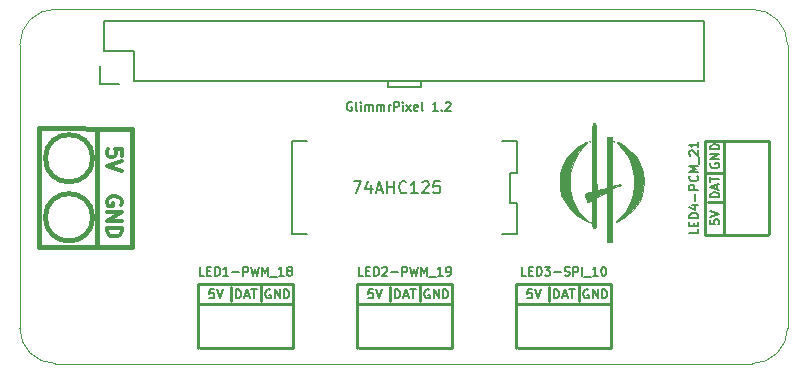
<source format=gbr>
G04 #@! TF.GenerationSoftware,KiCad,Pcbnew,(5.1.6)-1*
G04 #@! TF.CreationDate,2021-06-04T15:22:17-05:00*
G04 #@! TF.ProjectId,GlimmrBoard,476c696d-6d72-4426-9f61-72642e6b6963,rev?*
G04 #@! TF.SameCoordinates,Original*
G04 #@! TF.FileFunction,Legend,Top*
G04 #@! TF.FilePolarity,Positive*
%FSLAX46Y46*%
G04 Gerber Fmt 4.6, Leading zero omitted, Abs format (unit mm)*
G04 Created by KiCad (PCBNEW (5.1.6)-1) date 2021-06-04 15:22:17*
%MOMM*%
%LPD*%
G01*
G04 APERTURE LIST*
%ADD10C,0.190500*%
%ADD11C,0.187500*%
%ADD12C,0.200000*%
%ADD13C,0.300000*%
G04 #@! TA.AperFunction,Profile*
%ADD14C,0.100000*%
G04 #@! TD*
%ADD15C,0.150000*%
%ADD16C,0.254000*%
%ADD17C,0.381000*%
%ADD18C,0.010000*%
G04 APERTURE END LIST*
D10*
X70993000Y-37537571D02*
X70956714Y-37610142D01*
X70956714Y-37719000D01*
X70993000Y-37827857D01*
X71065571Y-37900428D01*
X71138142Y-37936714D01*
X71283285Y-37973000D01*
X71392142Y-37973000D01*
X71537285Y-37936714D01*
X71609857Y-37900428D01*
X71682428Y-37827857D01*
X71718714Y-37719000D01*
X71718714Y-37646428D01*
X71682428Y-37537571D01*
X71646142Y-37501285D01*
X71392142Y-37501285D01*
X71392142Y-37646428D01*
X71718714Y-37174714D02*
X70956714Y-37174714D01*
X71718714Y-36739285D01*
X70956714Y-36739285D01*
X71718714Y-36376428D02*
X70956714Y-36376428D01*
X70956714Y-36195000D01*
X70993000Y-36086142D01*
X71065571Y-36013571D01*
X71138142Y-35977285D01*
X71283285Y-35941000D01*
X71392142Y-35941000D01*
X71537285Y-35977285D01*
X71609857Y-36013571D01*
X71682428Y-36086142D01*
X71718714Y-36195000D01*
X71718714Y-36376428D01*
D11*
X69935285Y-43106142D02*
X69935285Y-43463285D01*
X69185285Y-43463285D01*
X69542428Y-42856142D02*
X69542428Y-42606142D01*
X69935285Y-42499000D02*
X69935285Y-42856142D01*
X69185285Y-42856142D01*
X69185285Y-42499000D01*
X69935285Y-42177571D02*
X69185285Y-42177571D01*
X69185285Y-41999000D01*
X69221000Y-41891857D01*
X69292428Y-41820428D01*
X69363857Y-41784714D01*
X69506714Y-41749000D01*
X69613857Y-41749000D01*
X69756714Y-41784714D01*
X69828142Y-41820428D01*
X69899571Y-41891857D01*
X69935285Y-41999000D01*
X69935285Y-42177571D01*
X69435285Y-41106142D02*
X69935285Y-41106142D01*
X69149571Y-41284714D02*
X69685285Y-41463285D01*
X69685285Y-40999000D01*
X69649571Y-40713285D02*
X69649571Y-40141857D01*
X69935285Y-39784714D02*
X69185285Y-39784714D01*
X69185285Y-39499000D01*
X69221000Y-39427571D01*
X69256714Y-39391857D01*
X69328142Y-39356142D01*
X69435285Y-39356142D01*
X69506714Y-39391857D01*
X69542428Y-39427571D01*
X69578142Y-39499000D01*
X69578142Y-39784714D01*
X69863857Y-38606142D02*
X69899571Y-38641857D01*
X69935285Y-38749000D01*
X69935285Y-38820428D01*
X69899571Y-38927571D01*
X69828142Y-38999000D01*
X69756714Y-39034714D01*
X69613857Y-39070428D01*
X69506714Y-39070428D01*
X69363857Y-39034714D01*
X69292428Y-38999000D01*
X69221000Y-38927571D01*
X69185285Y-38820428D01*
X69185285Y-38749000D01*
X69221000Y-38641857D01*
X69256714Y-38606142D01*
X69935285Y-38284714D02*
X69185285Y-38284714D01*
X69721000Y-38034714D01*
X69185285Y-37784714D01*
X69935285Y-37784714D01*
X70006714Y-37606142D02*
X70006714Y-37034714D01*
X69256714Y-36891857D02*
X69221000Y-36856142D01*
X69185285Y-36784714D01*
X69185285Y-36606142D01*
X69221000Y-36534714D01*
X69256714Y-36499000D01*
X69328142Y-36463285D01*
X69399571Y-36463285D01*
X69506714Y-36499000D01*
X69935285Y-36927571D01*
X69935285Y-36463285D01*
X69935285Y-35749000D02*
X69935285Y-36177571D01*
X69935285Y-35963285D02*
X69185285Y-35963285D01*
X69292428Y-36034714D01*
X69363857Y-36106142D01*
X69399571Y-36177571D01*
D10*
X71718714Y-40440428D02*
X70956714Y-40440428D01*
X70956714Y-40259000D01*
X70993000Y-40150142D01*
X71065571Y-40077571D01*
X71138142Y-40041285D01*
X71283285Y-40005000D01*
X71392142Y-40005000D01*
X71537285Y-40041285D01*
X71609857Y-40077571D01*
X71682428Y-40150142D01*
X71718714Y-40259000D01*
X71718714Y-40440428D01*
X71501000Y-39714714D02*
X71501000Y-39351857D01*
X71718714Y-39787285D02*
X70956714Y-39533285D01*
X71718714Y-39279285D01*
X70956714Y-39134142D02*
X70956714Y-38698714D01*
X71718714Y-38916428D02*
X70956714Y-38916428D01*
X70956714Y-42309142D02*
X70956714Y-42672000D01*
X71319571Y-42708285D01*
X71283285Y-42672000D01*
X71247000Y-42599428D01*
X71247000Y-42418000D01*
X71283285Y-42345428D01*
X71319571Y-42309142D01*
X71392142Y-42272857D01*
X71573571Y-42272857D01*
X71646142Y-42309142D01*
X71682428Y-42345428D01*
X71718714Y-42418000D01*
X71718714Y-42599428D01*
X71682428Y-42672000D01*
X71646142Y-42708285D01*
X70956714Y-42055142D02*
X71718714Y-41801142D01*
X70956714Y-41547142D01*
X60633428Y-48260000D02*
X60560857Y-48223714D01*
X60452000Y-48223714D01*
X60343142Y-48260000D01*
X60270571Y-48332571D01*
X60234285Y-48405142D01*
X60198000Y-48550285D01*
X60198000Y-48659142D01*
X60234285Y-48804285D01*
X60270571Y-48876857D01*
X60343142Y-48949428D01*
X60452000Y-48985714D01*
X60524571Y-48985714D01*
X60633428Y-48949428D01*
X60669714Y-48913142D01*
X60669714Y-48659142D01*
X60524571Y-48659142D01*
X60996285Y-48985714D02*
X60996285Y-48223714D01*
X61431714Y-48985714D01*
X61431714Y-48223714D01*
X61794571Y-48985714D02*
X61794571Y-48223714D01*
X61976000Y-48223714D01*
X62084857Y-48260000D01*
X62157428Y-48332571D01*
X62193714Y-48405142D01*
X62230000Y-48550285D01*
X62230000Y-48659142D01*
X62193714Y-48804285D01*
X62157428Y-48876857D01*
X62084857Y-48949428D01*
X61976000Y-48985714D01*
X61794571Y-48985714D01*
D11*
X55332714Y-47075285D02*
X54975571Y-47075285D01*
X54975571Y-46325285D01*
X55582714Y-46682428D02*
X55832714Y-46682428D01*
X55939857Y-47075285D02*
X55582714Y-47075285D01*
X55582714Y-46325285D01*
X55939857Y-46325285D01*
X56261285Y-47075285D02*
X56261285Y-46325285D01*
X56439857Y-46325285D01*
X56547000Y-46361000D01*
X56618428Y-46432428D01*
X56654142Y-46503857D01*
X56689857Y-46646714D01*
X56689857Y-46753857D01*
X56654142Y-46896714D01*
X56618428Y-46968142D01*
X56547000Y-47039571D01*
X56439857Y-47075285D01*
X56261285Y-47075285D01*
X56939857Y-46325285D02*
X57404142Y-46325285D01*
X57154142Y-46611000D01*
X57261285Y-46611000D01*
X57332714Y-46646714D01*
X57368428Y-46682428D01*
X57404142Y-46753857D01*
X57404142Y-46932428D01*
X57368428Y-47003857D01*
X57332714Y-47039571D01*
X57261285Y-47075285D01*
X57047000Y-47075285D01*
X56975571Y-47039571D01*
X56939857Y-47003857D01*
X57725571Y-46789571D02*
X58297000Y-46789571D01*
X58618428Y-47039571D02*
X58725571Y-47075285D01*
X58904142Y-47075285D01*
X58975571Y-47039571D01*
X59011285Y-47003857D01*
X59047000Y-46932428D01*
X59047000Y-46861000D01*
X59011285Y-46789571D01*
X58975571Y-46753857D01*
X58904142Y-46718142D01*
X58761285Y-46682428D01*
X58689857Y-46646714D01*
X58654142Y-46611000D01*
X58618428Y-46539571D01*
X58618428Y-46468142D01*
X58654142Y-46396714D01*
X58689857Y-46361000D01*
X58761285Y-46325285D01*
X58939857Y-46325285D01*
X59047000Y-46361000D01*
X59368428Y-47075285D02*
X59368428Y-46325285D01*
X59654142Y-46325285D01*
X59725571Y-46361000D01*
X59761285Y-46396714D01*
X59797000Y-46468142D01*
X59797000Y-46575285D01*
X59761285Y-46646714D01*
X59725571Y-46682428D01*
X59654142Y-46718142D01*
X59368428Y-46718142D01*
X60118428Y-47075285D02*
X60118428Y-46325285D01*
X60297000Y-47146714D02*
X60868428Y-47146714D01*
X61439857Y-47075285D02*
X61011285Y-47075285D01*
X61225571Y-47075285D02*
X61225571Y-46325285D01*
X61154142Y-46432428D01*
X61082714Y-46503857D01*
X61011285Y-46539571D01*
X61904142Y-46325285D02*
X61975571Y-46325285D01*
X62047000Y-46361000D01*
X62082714Y-46396714D01*
X62118428Y-46468142D01*
X62154142Y-46611000D01*
X62154142Y-46789571D01*
X62118428Y-46932428D01*
X62082714Y-47003857D01*
X62047000Y-47039571D01*
X61975571Y-47075285D01*
X61904142Y-47075285D01*
X61832714Y-47039571D01*
X61797000Y-47003857D01*
X61761285Y-46932428D01*
X61725571Y-46789571D01*
X61725571Y-46611000D01*
X61761285Y-46468142D01*
X61797000Y-46396714D01*
X61832714Y-46361000D01*
X61904142Y-46325285D01*
D10*
X57730571Y-48985714D02*
X57730571Y-48223714D01*
X57912000Y-48223714D01*
X58020857Y-48260000D01*
X58093428Y-48332571D01*
X58129714Y-48405142D01*
X58166000Y-48550285D01*
X58166000Y-48659142D01*
X58129714Y-48804285D01*
X58093428Y-48876857D01*
X58020857Y-48949428D01*
X57912000Y-48985714D01*
X57730571Y-48985714D01*
X58456285Y-48768000D02*
X58819142Y-48768000D01*
X58383714Y-48985714D02*
X58637714Y-48223714D01*
X58891714Y-48985714D01*
X59036857Y-48223714D02*
X59472285Y-48223714D01*
X59254571Y-48985714D02*
X59254571Y-48223714D01*
X55861857Y-48223714D02*
X55499000Y-48223714D01*
X55462714Y-48586571D01*
X55499000Y-48550285D01*
X55571571Y-48514000D01*
X55753000Y-48514000D01*
X55825571Y-48550285D01*
X55861857Y-48586571D01*
X55898142Y-48659142D01*
X55898142Y-48840571D01*
X55861857Y-48913142D01*
X55825571Y-48949428D01*
X55753000Y-48985714D01*
X55571571Y-48985714D01*
X55499000Y-48949428D01*
X55462714Y-48913142D01*
X56115857Y-48223714D02*
X56369857Y-48985714D01*
X56623857Y-48223714D01*
X47171428Y-48260000D02*
X47098857Y-48223714D01*
X46990000Y-48223714D01*
X46881142Y-48260000D01*
X46808571Y-48332571D01*
X46772285Y-48405142D01*
X46736000Y-48550285D01*
X46736000Y-48659142D01*
X46772285Y-48804285D01*
X46808571Y-48876857D01*
X46881142Y-48949428D01*
X46990000Y-48985714D01*
X47062571Y-48985714D01*
X47171428Y-48949428D01*
X47207714Y-48913142D01*
X47207714Y-48659142D01*
X47062571Y-48659142D01*
X47534285Y-48985714D02*
X47534285Y-48223714D01*
X47969714Y-48985714D01*
X47969714Y-48223714D01*
X48332571Y-48985714D02*
X48332571Y-48223714D01*
X48514000Y-48223714D01*
X48622857Y-48260000D01*
X48695428Y-48332571D01*
X48731714Y-48405142D01*
X48768000Y-48550285D01*
X48768000Y-48659142D01*
X48731714Y-48804285D01*
X48695428Y-48876857D01*
X48622857Y-48949428D01*
X48514000Y-48985714D01*
X48332571Y-48985714D01*
D11*
X41549285Y-47075285D02*
X41192142Y-47075285D01*
X41192142Y-46325285D01*
X41799285Y-46682428D02*
X42049285Y-46682428D01*
X42156428Y-47075285D02*
X41799285Y-47075285D01*
X41799285Y-46325285D01*
X42156428Y-46325285D01*
X42477857Y-47075285D02*
X42477857Y-46325285D01*
X42656428Y-46325285D01*
X42763571Y-46361000D01*
X42835000Y-46432428D01*
X42870714Y-46503857D01*
X42906428Y-46646714D01*
X42906428Y-46753857D01*
X42870714Y-46896714D01*
X42835000Y-46968142D01*
X42763571Y-47039571D01*
X42656428Y-47075285D01*
X42477857Y-47075285D01*
X43192142Y-46396714D02*
X43227857Y-46361000D01*
X43299285Y-46325285D01*
X43477857Y-46325285D01*
X43549285Y-46361000D01*
X43585000Y-46396714D01*
X43620714Y-46468142D01*
X43620714Y-46539571D01*
X43585000Y-46646714D01*
X43156428Y-47075285D01*
X43620714Y-47075285D01*
X43942142Y-46789571D02*
X44513571Y-46789571D01*
X44870714Y-47075285D02*
X44870714Y-46325285D01*
X45156428Y-46325285D01*
X45227857Y-46361000D01*
X45263571Y-46396714D01*
X45299285Y-46468142D01*
X45299285Y-46575285D01*
X45263571Y-46646714D01*
X45227857Y-46682428D01*
X45156428Y-46718142D01*
X44870714Y-46718142D01*
X45549285Y-46325285D02*
X45727857Y-47075285D01*
X45870714Y-46539571D01*
X46013571Y-47075285D01*
X46192142Y-46325285D01*
X46477857Y-47075285D02*
X46477857Y-46325285D01*
X46727857Y-46861000D01*
X46977857Y-46325285D01*
X46977857Y-47075285D01*
X47156428Y-47146714D02*
X47727857Y-47146714D01*
X48299285Y-47075285D02*
X47870714Y-47075285D01*
X48085000Y-47075285D02*
X48085000Y-46325285D01*
X48013571Y-46432428D01*
X47942142Y-46503857D01*
X47870714Y-46539571D01*
X48656428Y-47075285D02*
X48799285Y-47075285D01*
X48870714Y-47039571D01*
X48906428Y-47003857D01*
X48977857Y-46896714D01*
X49013571Y-46753857D01*
X49013571Y-46468142D01*
X48977857Y-46396714D01*
X48942142Y-46361000D01*
X48870714Y-46325285D01*
X48727857Y-46325285D01*
X48656428Y-46361000D01*
X48620714Y-46396714D01*
X48585000Y-46468142D01*
X48585000Y-46646714D01*
X48620714Y-46718142D01*
X48656428Y-46753857D01*
X48727857Y-46789571D01*
X48870714Y-46789571D01*
X48942142Y-46753857D01*
X48977857Y-46718142D01*
X49013571Y-46646714D01*
D10*
X44268571Y-48985714D02*
X44268571Y-48223714D01*
X44450000Y-48223714D01*
X44558857Y-48260000D01*
X44631428Y-48332571D01*
X44667714Y-48405142D01*
X44704000Y-48550285D01*
X44704000Y-48659142D01*
X44667714Y-48804285D01*
X44631428Y-48876857D01*
X44558857Y-48949428D01*
X44450000Y-48985714D01*
X44268571Y-48985714D01*
X44994285Y-48768000D02*
X45357142Y-48768000D01*
X44921714Y-48985714D02*
X45175714Y-48223714D01*
X45429714Y-48985714D01*
X45574857Y-48223714D02*
X46010285Y-48223714D01*
X45792571Y-48985714D02*
X45792571Y-48223714D01*
X42399857Y-48223714D02*
X42037000Y-48223714D01*
X42000714Y-48586571D01*
X42037000Y-48550285D01*
X42109571Y-48514000D01*
X42291000Y-48514000D01*
X42363571Y-48550285D01*
X42399857Y-48586571D01*
X42436142Y-48659142D01*
X42436142Y-48840571D01*
X42399857Y-48913142D01*
X42363571Y-48949428D01*
X42291000Y-48985714D01*
X42109571Y-48985714D01*
X42037000Y-48949428D01*
X42000714Y-48913142D01*
X42653857Y-48223714D02*
X42907857Y-48985714D01*
X43161857Y-48223714D01*
D11*
X40612714Y-32391000D02*
X40541285Y-32355285D01*
X40434142Y-32355285D01*
X40327000Y-32391000D01*
X40255571Y-32462428D01*
X40219857Y-32533857D01*
X40184142Y-32676714D01*
X40184142Y-32783857D01*
X40219857Y-32926714D01*
X40255571Y-32998142D01*
X40327000Y-33069571D01*
X40434142Y-33105285D01*
X40505571Y-33105285D01*
X40612714Y-33069571D01*
X40648428Y-33033857D01*
X40648428Y-32783857D01*
X40505571Y-32783857D01*
X41077000Y-33105285D02*
X41005571Y-33069571D01*
X40969857Y-32998142D01*
X40969857Y-32355285D01*
X41362714Y-33105285D02*
X41362714Y-32605285D01*
X41362714Y-32355285D02*
X41327000Y-32391000D01*
X41362714Y-32426714D01*
X41398428Y-32391000D01*
X41362714Y-32355285D01*
X41362714Y-32426714D01*
X41719857Y-33105285D02*
X41719857Y-32605285D01*
X41719857Y-32676714D02*
X41755571Y-32641000D01*
X41827000Y-32605285D01*
X41934142Y-32605285D01*
X42005571Y-32641000D01*
X42041285Y-32712428D01*
X42041285Y-33105285D01*
X42041285Y-32712428D02*
X42077000Y-32641000D01*
X42148428Y-32605285D01*
X42255571Y-32605285D01*
X42327000Y-32641000D01*
X42362714Y-32712428D01*
X42362714Y-33105285D01*
X42719857Y-33105285D02*
X42719857Y-32605285D01*
X42719857Y-32676714D02*
X42755571Y-32641000D01*
X42827000Y-32605285D01*
X42934142Y-32605285D01*
X43005571Y-32641000D01*
X43041285Y-32712428D01*
X43041285Y-33105285D01*
X43041285Y-32712428D02*
X43077000Y-32641000D01*
X43148428Y-32605285D01*
X43255571Y-32605285D01*
X43327000Y-32641000D01*
X43362714Y-32712428D01*
X43362714Y-33105285D01*
X43719857Y-33105285D02*
X43719857Y-32605285D01*
X43719857Y-32748142D02*
X43755571Y-32676714D01*
X43791285Y-32641000D01*
X43862714Y-32605285D01*
X43934142Y-32605285D01*
X44184142Y-33105285D02*
X44184142Y-32355285D01*
X44469857Y-32355285D01*
X44541285Y-32391000D01*
X44577000Y-32426714D01*
X44612714Y-32498142D01*
X44612714Y-32605285D01*
X44577000Y-32676714D01*
X44541285Y-32712428D01*
X44469857Y-32748142D01*
X44184142Y-32748142D01*
X44934142Y-33105285D02*
X44934142Y-32605285D01*
X44934142Y-32355285D02*
X44898428Y-32391000D01*
X44934142Y-32426714D01*
X44969857Y-32391000D01*
X44934142Y-32355285D01*
X44934142Y-32426714D01*
X45219857Y-33105285D02*
X45612714Y-32605285D01*
X45219857Y-32605285D02*
X45612714Y-33105285D01*
X46184142Y-33069571D02*
X46112714Y-33105285D01*
X45969857Y-33105285D01*
X45898428Y-33069571D01*
X45862714Y-32998142D01*
X45862714Y-32712428D01*
X45898428Y-32641000D01*
X45969857Y-32605285D01*
X46112714Y-32605285D01*
X46184142Y-32641000D01*
X46219857Y-32712428D01*
X46219857Y-32783857D01*
X45862714Y-32855285D01*
X46648428Y-33105285D02*
X46577000Y-33069571D01*
X46541285Y-32998142D01*
X46541285Y-32355285D01*
X47898428Y-33105285D02*
X47469857Y-33105285D01*
X47684142Y-33105285D02*
X47684142Y-32355285D01*
X47612714Y-32462428D01*
X47541285Y-32533857D01*
X47469857Y-32569571D01*
X48219857Y-33033857D02*
X48255571Y-33069571D01*
X48219857Y-33105285D01*
X48184142Y-33069571D01*
X48219857Y-33033857D01*
X48219857Y-33105285D01*
X48541285Y-32426714D02*
X48577000Y-32391000D01*
X48648428Y-32355285D01*
X48827000Y-32355285D01*
X48898428Y-32391000D01*
X48934142Y-32426714D01*
X48969857Y-32498142D01*
X48969857Y-32569571D01*
X48934142Y-32676714D01*
X48505571Y-33105285D01*
X48969857Y-33105285D01*
X28087285Y-47075285D02*
X27730142Y-47075285D01*
X27730142Y-46325285D01*
X28337285Y-46682428D02*
X28587285Y-46682428D01*
X28694428Y-47075285D02*
X28337285Y-47075285D01*
X28337285Y-46325285D01*
X28694428Y-46325285D01*
X29015857Y-47075285D02*
X29015857Y-46325285D01*
X29194428Y-46325285D01*
X29301571Y-46361000D01*
X29373000Y-46432428D01*
X29408714Y-46503857D01*
X29444428Y-46646714D01*
X29444428Y-46753857D01*
X29408714Y-46896714D01*
X29373000Y-46968142D01*
X29301571Y-47039571D01*
X29194428Y-47075285D01*
X29015857Y-47075285D01*
X30158714Y-47075285D02*
X29730142Y-47075285D01*
X29944428Y-47075285D02*
X29944428Y-46325285D01*
X29873000Y-46432428D01*
X29801571Y-46503857D01*
X29730142Y-46539571D01*
X30480142Y-46789571D02*
X31051571Y-46789571D01*
X31408714Y-47075285D02*
X31408714Y-46325285D01*
X31694428Y-46325285D01*
X31765857Y-46361000D01*
X31801571Y-46396714D01*
X31837285Y-46468142D01*
X31837285Y-46575285D01*
X31801571Y-46646714D01*
X31765857Y-46682428D01*
X31694428Y-46718142D01*
X31408714Y-46718142D01*
X32087285Y-46325285D02*
X32265857Y-47075285D01*
X32408714Y-46539571D01*
X32551571Y-47075285D01*
X32730142Y-46325285D01*
X33015857Y-47075285D02*
X33015857Y-46325285D01*
X33265857Y-46861000D01*
X33515857Y-46325285D01*
X33515857Y-47075285D01*
X33694428Y-47146714D02*
X34265857Y-47146714D01*
X34837285Y-47075285D02*
X34408714Y-47075285D01*
X34623000Y-47075285D02*
X34623000Y-46325285D01*
X34551571Y-46432428D01*
X34480142Y-46503857D01*
X34408714Y-46539571D01*
X35265857Y-46646714D02*
X35194428Y-46611000D01*
X35158714Y-46575285D01*
X35123000Y-46503857D01*
X35123000Y-46468142D01*
X35158714Y-46396714D01*
X35194428Y-46361000D01*
X35265857Y-46325285D01*
X35408714Y-46325285D01*
X35480142Y-46361000D01*
X35515857Y-46396714D01*
X35551571Y-46468142D01*
X35551571Y-46503857D01*
X35515857Y-46575285D01*
X35480142Y-46611000D01*
X35408714Y-46646714D01*
X35265857Y-46646714D01*
X35194428Y-46682428D01*
X35158714Y-46718142D01*
X35123000Y-46789571D01*
X35123000Y-46932428D01*
X35158714Y-47003857D01*
X35194428Y-47039571D01*
X35265857Y-47075285D01*
X35408714Y-47075285D01*
X35480142Y-47039571D01*
X35515857Y-47003857D01*
X35551571Y-46932428D01*
X35551571Y-46789571D01*
X35515857Y-46718142D01*
X35480142Y-46682428D01*
X35408714Y-46646714D01*
D10*
X33709428Y-48260000D02*
X33636857Y-48223714D01*
X33528000Y-48223714D01*
X33419142Y-48260000D01*
X33346571Y-48332571D01*
X33310285Y-48405142D01*
X33274000Y-48550285D01*
X33274000Y-48659142D01*
X33310285Y-48804285D01*
X33346571Y-48876857D01*
X33419142Y-48949428D01*
X33528000Y-48985714D01*
X33600571Y-48985714D01*
X33709428Y-48949428D01*
X33745714Y-48913142D01*
X33745714Y-48659142D01*
X33600571Y-48659142D01*
X34072285Y-48985714D02*
X34072285Y-48223714D01*
X34507714Y-48985714D01*
X34507714Y-48223714D01*
X34870571Y-48985714D02*
X34870571Y-48223714D01*
X35052000Y-48223714D01*
X35160857Y-48260000D01*
X35233428Y-48332571D01*
X35269714Y-48405142D01*
X35306000Y-48550285D01*
X35306000Y-48659142D01*
X35269714Y-48804285D01*
X35233428Y-48876857D01*
X35160857Y-48949428D01*
X35052000Y-48985714D01*
X34870571Y-48985714D01*
X28937857Y-48223714D02*
X28575000Y-48223714D01*
X28538714Y-48586571D01*
X28575000Y-48550285D01*
X28647571Y-48514000D01*
X28829000Y-48514000D01*
X28901571Y-48550285D01*
X28937857Y-48586571D01*
X28974142Y-48659142D01*
X28974142Y-48840571D01*
X28937857Y-48913142D01*
X28901571Y-48949428D01*
X28829000Y-48985714D01*
X28647571Y-48985714D01*
X28575000Y-48949428D01*
X28538714Y-48913142D01*
X29191857Y-48223714D02*
X29445857Y-48985714D01*
X29699857Y-48223714D01*
X30806571Y-48985714D02*
X30806571Y-48223714D01*
X30988000Y-48223714D01*
X31096857Y-48260000D01*
X31169428Y-48332571D01*
X31205714Y-48405142D01*
X31242000Y-48550285D01*
X31242000Y-48659142D01*
X31205714Y-48804285D01*
X31169428Y-48876857D01*
X31096857Y-48949428D01*
X30988000Y-48985714D01*
X30806571Y-48985714D01*
X31532285Y-48768000D02*
X31895142Y-48768000D01*
X31459714Y-48985714D02*
X31713714Y-48223714D01*
X31967714Y-48985714D01*
X32112857Y-48223714D02*
X32548285Y-48223714D01*
X32330571Y-48985714D02*
X32330571Y-48223714D01*
D12*
X43688000Y-31115000D02*
X43688000Y-30607000D01*
X46482000Y-31115000D02*
X46482000Y-30607000D01*
X43688000Y-31115000D02*
X46482000Y-31115000D01*
X43815000Y-31115000D02*
X46355000Y-31115000D01*
D13*
X21142476Y-36969095D02*
X21142476Y-36364333D01*
X20537714Y-36303857D01*
X20598190Y-36364333D01*
X20658666Y-36485285D01*
X20658666Y-36787666D01*
X20598190Y-36908619D01*
X20537714Y-36969095D01*
X20416761Y-37029571D01*
X20114380Y-37029571D01*
X19993428Y-36969095D01*
X19932952Y-36908619D01*
X19872476Y-36787666D01*
X19872476Y-36485285D01*
X19932952Y-36364333D01*
X19993428Y-36303857D01*
X21142476Y-37392428D02*
X19872476Y-37815761D01*
X21142476Y-38239095D01*
X21082000Y-41069380D02*
X21142476Y-40948428D01*
X21142476Y-40767000D01*
X21082000Y-40585571D01*
X20961047Y-40464619D01*
X20840095Y-40404142D01*
X20598190Y-40343666D01*
X20416761Y-40343666D01*
X20174857Y-40404142D01*
X20053904Y-40464619D01*
X19932952Y-40585571D01*
X19872476Y-40767000D01*
X19872476Y-40887952D01*
X19932952Y-41069380D01*
X19993428Y-41129857D01*
X20416761Y-41129857D01*
X20416761Y-40887952D01*
X19872476Y-41674142D02*
X21142476Y-41674142D01*
X19872476Y-42399857D01*
X21142476Y-42399857D01*
X19872476Y-43004619D02*
X21142476Y-43004619D01*
X21142476Y-43307000D01*
X21082000Y-43488428D01*
X20961047Y-43609380D01*
X20840095Y-43669857D01*
X20598190Y-43730333D01*
X20416761Y-43730333D01*
X20174857Y-43669857D01*
X20053904Y-43609380D01*
X19932952Y-43488428D01*
X19872476Y-43307000D01*
X19872476Y-43004619D01*
D14*
X77500000Y-51500000D02*
X77500000Y-27500000D01*
X12500000Y-51500000D02*
X12500000Y-27500000D01*
X77500000Y-27500000D02*
G75*
G03*
X74500000Y-24500000I-3000000J0D01*
G01*
X15500000Y-24500000D02*
X74500000Y-24500000D01*
X15500000Y-24500000D02*
G75*
G03*
X12500000Y-27500000I0J-3000000D01*
G01*
X74500000Y-54500000D02*
G75*
G03*
X77500000Y-51500000I0J3000000D01*
G01*
X12500000Y-51500000D02*
G75*
G03*
X15500000Y-54500000I3000000J0D01*
G01*
X15500000Y-54500000D02*
X74500000Y-54500000D01*
D15*
X35560000Y-43525440D02*
X36830000Y-43525440D01*
X35560000Y-35633660D02*
X35560000Y-43434000D01*
X36835080Y-35633660D02*
X35565080Y-35633660D01*
X54610000Y-43525440D02*
X53340000Y-43525440D01*
X54610000Y-40894000D02*
X54610000Y-43434000D01*
X53975000Y-40894000D02*
X54610000Y-40894000D01*
X53975000Y-38989000D02*
X53975000Y-40894000D01*
X53345080Y-35633660D02*
X54615080Y-35633660D01*
X53975000Y-38354000D02*
X53975000Y-38989000D01*
X54610000Y-38354000D02*
X53975000Y-38354000D01*
X54610000Y-38354000D02*
X54607460Y-35641280D01*
D16*
X75925680Y-35618420D02*
X75923140Y-43527980D01*
X72156320Y-35699700D02*
X72156320Y-43609260D01*
X70540880Y-43624500D02*
X70540880Y-35641280D01*
X71930260Y-40843200D02*
X70761860Y-40850820D01*
X71953120Y-38361620D02*
X70675500Y-38361620D01*
X70540880Y-43639740D02*
X75879960Y-43639740D01*
X75925680Y-35626040D02*
X70571360Y-35626040D01*
X62552580Y-53192680D02*
X54643020Y-53190140D01*
X62471300Y-49423320D02*
X54561740Y-49423320D01*
X54546500Y-47807880D02*
X62529720Y-47807880D01*
X57327800Y-49197260D02*
X57320180Y-48028860D01*
X59809380Y-49220120D02*
X59809380Y-47942500D01*
X54531260Y-47807880D02*
X54531260Y-53146960D01*
X62544960Y-53192680D02*
X62544960Y-47838360D01*
X49090580Y-53192680D02*
X41181020Y-53190140D01*
X49009300Y-49423320D02*
X41099740Y-49423320D01*
X41084500Y-47807880D02*
X49067720Y-47807880D01*
X43865800Y-49197260D02*
X43858180Y-48028860D01*
X46347380Y-49220120D02*
X46347380Y-47942500D01*
X41069260Y-47807880D02*
X41069260Y-53146960D01*
X49082960Y-53192680D02*
X49082960Y-47838360D01*
X35628580Y-53192680D02*
X27719020Y-53190140D01*
X35547300Y-49423320D02*
X27637740Y-49423320D01*
X27622500Y-47807880D02*
X35605720Y-47807880D01*
X30403800Y-49197260D02*
X30396180Y-48028860D01*
X32885380Y-49220120D02*
X32885380Y-47942500D01*
X27607260Y-47807880D02*
X27607260Y-53146960D01*
X35620960Y-53192680D02*
X35620960Y-47838360D01*
D17*
X18664000Y-42124000D02*
G75*
G03*
X18664000Y-42124000I-2000000J0D01*
G01*
X18664000Y-37124000D02*
G75*
G03*
X18664000Y-37124000I-2000000J0D01*
G01*
X14164000Y-34624000D02*
X14164000Y-44624000D01*
X19064000Y-34624000D02*
X19064000Y-44624000D01*
X14155420Y-44624000D02*
X21964000Y-44624000D01*
X21964000Y-44624000D02*
X21964000Y-34624000D01*
X21964000Y-34624000D02*
X14155420Y-34584640D01*
D18*
G36*
X62822667Y-35687000D02*
G01*
X62780333Y-35729334D01*
X62738000Y-35687000D01*
X62780333Y-35644667D01*
X62822667Y-35687000D01*
G37*
X62822667Y-35687000D02*
X62780333Y-35729334D01*
X62738000Y-35687000D01*
X62780333Y-35644667D01*
X62822667Y-35687000D01*
G36*
X60790667Y-35687000D02*
G01*
X60748333Y-35729334D01*
X60706000Y-35687000D01*
X60748333Y-35644667D01*
X60790667Y-35687000D01*
G37*
X60790667Y-35687000D02*
X60748333Y-35729334D01*
X60706000Y-35687000D01*
X60748333Y-35644667D01*
X60790667Y-35687000D01*
G36*
X63114416Y-35781950D02*
G01*
X63453143Y-35921798D01*
X63799071Y-36145627D01*
X64106128Y-36398572D01*
X64636298Y-36972238D01*
X65022785Y-37620882D01*
X65261780Y-38324038D01*
X65349472Y-39061239D01*
X65282052Y-39812019D01*
X65055709Y-40555913D01*
X64930435Y-40826262D01*
X64709569Y-41160497D01*
X64387807Y-41526263D01*
X64014001Y-41876033D01*
X63637000Y-42162278D01*
X63435419Y-42280822D01*
X63190520Y-42400716D01*
X63010086Y-42481270D01*
X62945658Y-42502667D01*
X62977218Y-42450957D01*
X63108285Y-42314333D01*
X63311957Y-42120548D01*
X63348840Y-42086683D01*
X63806424Y-41557892D01*
X64153410Y-40924668D01*
X64385844Y-40214114D01*
X64499769Y-39453332D01*
X64491230Y-38669423D01*
X64356270Y-37889489D01*
X64090935Y-37140633D01*
X64075579Y-37107486D01*
X63919197Y-36842667D01*
X63687053Y-36528584D01*
X63427840Y-36230802D01*
X63413304Y-36215724D01*
X63188590Y-35971205D01*
X63081057Y-35822918D01*
X63095413Y-35777695D01*
X63114416Y-35781950D01*
G37*
X63114416Y-35781950D02*
X63453143Y-35921798D01*
X63799071Y-36145627D01*
X64106128Y-36398572D01*
X64636298Y-36972238D01*
X65022785Y-37620882D01*
X65261780Y-38324038D01*
X65349472Y-39061239D01*
X65282052Y-39812019D01*
X65055709Y-40555913D01*
X64930435Y-40826262D01*
X64709569Y-41160497D01*
X64387807Y-41526263D01*
X64014001Y-41876033D01*
X63637000Y-42162278D01*
X63435419Y-42280822D01*
X63190520Y-42400716D01*
X63010086Y-42481270D01*
X62945658Y-42502667D01*
X62977218Y-42450957D01*
X63108285Y-42314333D01*
X63311957Y-42120548D01*
X63348840Y-42086683D01*
X63806424Y-41557892D01*
X64153410Y-40924668D01*
X64385844Y-40214114D01*
X64499769Y-39453332D01*
X64491230Y-38669423D01*
X64356270Y-37889489D01*
X64090935Y-37140633D01*
X64075579Y-37107486D01*
X63919197Y-36842667D01*
X63687053Y-36528584D01*
X63427840Y-36230802D01*
X63413304Y-36215724D01*
X63188590Y-35971205D01*
X63081057Y-35822918D01*
X63095413Y-35777695D01*
X63114416Y-35781950D01*
G36*
X60522951Y-35803104D02*
G01*
X60386559Y-35962276D01*
X60177230Y-36173833D01*
X59728520Y-36717341D01*
X59392090Y-37360788D01*
X59158404Y-38123441D01*
X59119535Y-38310692D01*
X59047410Y-39022677D01*
X59091486Y-39745552D01*
X59241521Y-40448391D01*
X59487271Y-41100270D01*
X59818490Y-41670263D01*
X60224936Y-42127443D01*
X60439238Y-42294687D01*
X60622458Y-42431230D01*
X60660825Y-42490678D01*
X60560288Y-42472951D01*
X60326800Y-42377972D01*
X60155667Y-42298432D01*
X59621047Y-41960969D01*
X59128341Y-41497242D01*
X58714298Y-40950242D01*
X58415671Y-40362959D01*
X58356831Y-40194232D01*
X58252017Y-39668497D01*
X58224860Y-39067188D01*
X58273709Y-38464348D01*
X58396917Y-37934015D01*
X58407859Y-37902704D01*
X58740986Y-37219720D01*
X59214325Y-36618419D01*
X59810443Y-36118652D01*
X60160058Y-35907150D01*
X60410068Y-35781238D01*
X60530910Y-35744657D01*
X60522951Y-35803104D01*
G37*
X60522951Y-35803104D02*
X60386559Y-35962276D01*
X60177230Y-36173833D01*
X59728520Y-36717341D01*
X59392090Y-37360788D01*
X59158404Y-38123441D01*
X59119535Y-38310692D01*
X59047410Y-39022677D01*
X59091486Y-39745552D01*
X59241521Y-40448391D01*
X59487271Y-41100270D01*
X59818490Y-41670263D01*
X60224936Y-42127443D01*
X60439238Y-42294687D01*
X60622458Y-42431230D01*
X60660825Y-42490678D01*
X60560288Y-42472951D01*
X60326800Y-42377972D01*
X60155667Y-42298432D01*
X59621047Y-41960969D01*
X59128341Y-41497242D01*
X58714298Y-40950242D01*
X58415671Y-40362959D01*
X58356831Y-40194232D01*
X58252017Y-39668497D01*
X58224860Y-39067188D01*
X58273709Y-38464348D01*
X58396917Y-37934015D01*
X58407859Y-37902704D01*
X58740986Y-37219720D01*
X59214325Y-36618419D01*
X59810443Y-36118652D01*
X60160058Y-35907150D01*
X60410068Y-35781238D01*
X60530910Y-35744657D01*
X60522951Y-35803104D01*
G36*
X60875333Y-42545000D02*
G01*
X60833000Y-42587334D01*
X60790667Y-42545000D01*
X60833000Y-42502667D01*
X60875333Y-42545000D01*
G37*
X60875333Y-42545000D02*
X60833000Y-42587334D01*
X60790667Y-42545000D01*
X60833000Y-42502667D01*
X60875333Y-42545000D01*
G36*
X61175130Y-34125235D02*
G01*
X61211826Y-34150193D01*
X61240427Y-34212421D01*
X61261943Y-34328800D01*
X61277380Y-34516211D01*
X61287747Y-34791532D01*
X61294051Y-35171646D01*
X61297300Y-35673432D01*
X61298502Y-36313770D01*
X61298667Y-36957000D01*
X61301003Y-37831259D01*
X61308089Y-38539949D01*
X61320043Y-39086772D01*
X61336981Y-39475427D01*
X61359020Y-39709616D01*
X61386276Y-39793041D01*
X61388174Y-39793334D01*
X61519478Y-39773906D01*
X61745810Y-39724928D01*
X61853841Y-39698616D01*
X62230000Y-39603898D01*
X62230000Y-35306000D01*
X62653333Y-35306000D01*
X62653333Y-39473024D01*
X62865000Y-39421512D01*
X63187345Y-39347707D01*
X63353301Y-39323831D01*
X63369000Y-39352267D01*
X63240575Y-39435400D01*
X63097833Y-39512036D01*
X62653333Y-39743689D01*
X62653333Y-44196000D01*
X62230000Y-44196000D01*
X62230000Y-42121667D01*
X62228240Y-41549171D01*
X62223293Y-41037204D01*
X62215658Y-40608667D01*
X62205832Y-40286460D01*
X62194315Y-40093483D01*
X62184852Y-40047334D01*
X62090414Y-40082619D01*
X61894517Y-40173577D01*
X61719185Y-40260426D01*
X61298667Y-40473519D01*
X61298667Y-41742093D01*
X61297555Y-42229876D01*
X61291979Y-42573497D01*
X61278581Y-42798126D01*
X61254000Y-42928930D01*
X61214876Y-42991079D01*
X61157851Y-43009741D01*
X61129333Y-43010667D01*
X61062372Y-43001885D01*
X61015852Y-42958206D01*
X60986066Y-42853628D01*
X60969304Y-42662150D01*
X60961859Y-42357769D01*
X60960021Y-41914484D01*
X60960000Y-41823382D01*
X60960000Y-40636097D01*
X60753980Y-40771086D01*
X60619355Y-40848668D01*
X60544622Y-40828671D01*
X60486742Y-40683667D01*
X60458119Y-40582538D01*
X60388942Y-40299934D01*
X60388766Y-40136385D01*
X60472143Y-40050606D01*
X60653627Y-40001311D01*
X60663667Y-39999414D01*
X60960000Y-39943822D01*
X60960000Y-37032244D01*
X60960261Y-36254001D01*
X60961689Y-35628429D01*
X60965254Y-35138867D01*
X60971925Y-34768655D01*
X60982670Y-34501130D01*
X60998459Y-34319631D01*
X61020261Y-34207497D01*
X61049044Y-34148067D01*
X61085778Y-34124678D01*
X61129333Y-34120667D01*
X61175130Y-34125235D01*
G37*
X61175130Y-34125235D02*
X61211826Y-34150193D01*
X61240427Y-34212421D01*
X61261943Y-34328800D01*
X61277380Y-34516211D01*
X61287747Y-34791532D01*
X61294051Y-35171646D01*
X61297300Y-35673432D01*
X61298502Y-36313770D01*
X61298667Y-36957000D01*
X61301003Y-37831259D01*
X61308089Y-38539949D01*
X61320043Y-39086772D01*
X61336981Y-39475427D01*
X61359020Y-39709616D01*
X61386276Y-39793041D01*
X61388174Y-39793334D01*
X61519478Y-39773906D01*
X61745810Y-39724928D01*
X61853841Y-39698616D01*
X62230000Y-39603898D01*
X62230000Y-35306000D01*
X62653333Y-35306000D01*
X62653333Y-39473024D01*
X62865000Y-39421512D01*
X63187345Y-39347707D01*
X63353301Y-39323831D01*
X63369000Y-39352267D01*
X63240575Y-39435400D01*
X63097833Y-39512036D01*
X62653333Y-39743689D01*
X62653333Y-44196000D01*
X62230000Y-44196000D01*
X62230000Y-42121667D01*
X62228240Y-41549171D01*
X62223293Y-41037204D01*
X62215658Y-40608667D01*
X62205832Y-40286460D01*
X62194315Y-40093483D01*
X62184852Y-40047334D01*
X62090414Y-40082619D01*
X61894517Y-40173577D01*
X61719185Y-40260426D01*
X61298667Y-40473519D01*
X61298667Y-41742093D01*
X61297555Y-42229876D01*
X61291979Y-42573497D01*
X61278581Y-42798126D01*
X61254000Y-42928930D01*
X61214876Y-42991079D01*
X61157851Y-43009741D01*
X61129333Y-43010667D01*
X61062372Y-43001885D01*
X61015852Y-42958206D01*
X60986066Y-42853628D01*
X60969304Y-42662150D01*
X60961859Y-42357769D01*
X60960021Y-41914484D01*
X60960000Y-41823382D01*
X60960000Y-40636097D01*
X60753980Y-40771086D01*
X60619355Y-40848668D01*
X60544622Y-40828671D01*
X60486742Y-40683667D01*
X60458119Y-40582538D01*
X60388942Y-40299934D01*
X60388766Y-40136385D01*
X60472143Y-40050606D01*
X60653627Y-40001311D01*
X60663667Y-39999414D01*
X60960000Y-39943822D01*
X60960000Y-37032244D01*
X60960261Y-36254001D01*
X60961689Y-35628429D01*
X60965254Y-35138867D01*
X60971925Y-34768655D01*
X60982670Y-34501130D01*
X60998459Y-34319631D01*
X61020261Y-34207497D01*
X61049044Y-34148067D01*
X61085778Y-34124678D01*
X61129333Y-34120667D01*
X61175130Y-34125235D01*
D15*
X70400000Y-25460000D02*
X19600000Y-25460000D01*
X22140000Y-30540000D02*
X70400000Y-30540000D01*
X70400000Y-25460000D02*
X70400000Y-30540000D01*
X19600000Y-25460000D02*
X19600000Y-28000000D01*
X19320000Y-29270000D02*
X19320000Y-30820000D01*
X19600000Y-28000000D02*
X22140000Y-28000000D01*
X22140000Y-28000000D02*
X22140000Y-30540000D01*
X19320000Y-30820000D02*
X20870000Y-30820000D01*
X40759523Y-39076380D02*
X41426190Y-39076380D01*
X40997619Y-40076380D01*
X42235714Y-39409714D02*
X42235714Y-40076380D01*
X41997619Y-39028761D02*
X41759523Y-39743047D01*
X42378571Y-39743047D01*
X42711904Y-39790666D02*
X43188095Y-39790666D01*
X42616666Y-40076380D02*
X42950000Y-39076380D01*
X43283333Y-40076380D01*
X43616666Y-40076380D02*
X43616666Y-39076380D01*
X43616666Y-39552571D02*
X44188095Y-39552571D01*
X44188095Y-40076380D02*
X44188095Y-39076380D01*
X45235714Y-39981142D02*
X45188095Y-40028761D01*
X45045238Y-40076380D01*
X44950000Y-40076380D01*
X44807142Y-40028761D01*
X44711904Y-39933523D01*
X44664285Y-39838285D01*
X44616666Y-39647809D01*
X44616666Y-39504952D01*
X44664285Y-39314476D01*
X44711904Y-39219238D01*
X44807142Y-39124000D01*
X44950000Y-39076380D01*
X45045238Y-39076380D01*
X45188095Y-39124000D01*
X45235714Y-39171619D01*
X46188095Y-40076380D02*
X45616666Y-40076380D01*
X45902380Y-40076380D02*
X45902380Y-39076380D01*
X45807142Y-39219238D01*
X45711904Y-39314476D01*
X45616666Y-39362095D01*
X46569047Y-39171619D02*
X46616666Y-39124000D01*
X46711904Y-39076380D01*
X46950000Y-39076380D01*
X47045238Y-39124000D01*
X47092857Y-39171619D01*
X47140476Y-39266857D01*
X47140476Y-39362095D01*
X47092857Y-39504952D01*
X46521428Y-40076380D01*
X47140476Y-40076380D01*
X48045238Y-39076380D02*
X47569047Y-39076380D01*
X47521428Y-39552571D01*
X47569047Y-39504952D01*
X47664285Y-39457333D01*
X47902380Y-39457333D01*
X47997619Y-39504952D01*
X48045238Y-39552571D01*
X48092857Y-39647809D01*
X48092857Y-39885904D01*
X48045238Y-39981142D01*
X47997619Y-40028761D01*
X47902380Y-40076380D01*
X47664285Y-40076380D01*
X47569047Y-40028761D01*
X47521428Y-39981142D01*
M02*

</source>
